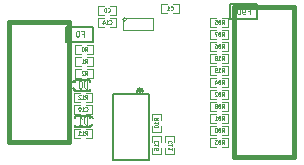
<source format=gbo>
G04 (created by PCBNEW (2013-04-19 BZR 4011)-stable) date 02/09/2014 23:44:52*
%MOIN*%
G04 Gerber Fmt 3.4, Leading zero omitted, Abs format*
%FSLAX34Y34*%
G01*
G70*
G90*
G04 APERTURE LIST*
%ADD10C,2.3622e-006*%
%ADD11C,0.0028*%
%ADD12C,0.005*%
%ADD13C,0.015*%
%ADD14C,0.0031*%
%ADD15C,0.0045*%
G04 APERTURE END LIST*
G54D10*
G54D11*
X88550Y-63350D02*
X88350Y-63350D01*
X88350Y-63350D02*
X88350Y-63050D01*
X88350Y-63050D02*
X88550Y-63050D01*
X88750Y-63350D02*
X88950Y-63350D01*
X88950Y-63350D02*
X88950Y-63050D01*
X88950Y-63050D02*
X88750Y-63050D01*
G54D12*
X89850Y-65500D02*
G75*
G03X89850Y-65500I-100J0D01*
G74*
G01*
X89800Y-65500D02*
G75*
G03X89800Y-65500I-50J0D01*
G74*
G01*
X88850Y-65600D02*
X90050Y-65600D01*
X90050Y-65600D02*
X90050Y-67800D01*
X88850Y-67800D02*
X90050Y-67800D01*
X88850Y-65600D02*
X88850Y-67800D01*
G54D11*
X87800Y-64650D02*
X87600Y-64650D01*
X87600Y-64650D02*
X87600Y-64350D01*
X87600Y-64350D02*
X87800Y-64350D01*
X88000Y-64650D02*
X88200Y-64650D01*
X88200Y-64650D02*
X88200Y-64350D01*
X88200Y-64350D02*
X88000Y-64350D01*
X88550Y-62950D02*
X88350Y-62950D01*
X88350Y-62950D02*
X88350Y-62650D01*
X88350Y-62650D02*
X88550Y-62650D01*
X88750Y-62950D02*
X88950Y-62950D01*
X88950Y-62950D02*
X88950Y-62650D01*
X88950Y-62650D02*
X88750Y-62650D01*
X90850Y-62600D02*
X91050Y-62600D01*
X91050Y-62600D02*
X91050Y-62900D01*
X91050Y-62900D02*
X90850Y-62900D01*
X90650Y-62600D02*
X90450Y-62600D01*
X90450Y-62600D02*
X90450Y-62900D01*
X90450Y-62900D02*
X90650Y-62900D01*
X87800Y-65050D02*
X87600Y-65050D01*
X87600Y-65050D02*
X87600Y-64750D01*
X87600Y-64750D02*
X87800Y-64750D01*
X88000Y-65050D02*
X88200Y-65050D01*
X88200Y-65050D02*
X88200Y-64750D01*
X88200Y-64750D02*
X88000Y-64750D01*
X87950Y-65950D02*
X88150Y-65950D01*
X88150Y-65950D02*
X88150Y-66250D01*
X88150Y-66250D02*
X87950Y-66250D01*
X87750Y-65950D02*
X87550Y-65950D01*
X87550Y-65950D02*
X87550Y-66250D01*
X87550Y-66250D02*
X87750Y-66250D01*
X90900Y-67400D02*
X90900Y-67600D01*
X90900Y-67600D02*
X90600Y-67600D01*
X90600Y-67600D02*
X90600Y-67400D01*
X90900Y-67200D02*
X90900Y-67000D01*
X90900Y-67000D02*
X90600Y-67000D01*
X90600Y-67000D02*
X90600Y-67200D01*
X90450Y-66650D02*
X90450Y-66850D01*
X90450Y-66850D02*
X90150Y-66850D01*
X90150Y-66850D02*
X90150Y-66650D01*
X90450Y-66450D02*
X90450Y-66250D01*
X90450Y-66250D02*
X90150Y-66250D01*
X90150Y-66250D02*
X90150Y-66450D01*
X92500Y-66250D02*
X92700Y-66250D01*
X92700Y-66250D02*
X92700Y-66550D01*
X92700Y-66550D02*
X92500Y-66550D01*
X92300Y-66250D02*
X92100Y-66250D01*
X92100Y-66250D02*
X92100Y-66550D01*
X92100Y-66550D02*
X92300Y-66550D01*
X92500Y-65450D02*
X92700Y-65450D01*
X92700Y-65450D02*
X92700Y-65750D01*
X92700Y-65750D02*
X92500Y-65750D01*
X92300Y-65450D02*
X92100Y-65450D01*
X92100Y-65450D02*
X92100Y-65750D01*
X92100Y-65750D02*
X92300Y-65750D01*
X92500Y-67050D02*
X92700Y-67050D01*
X92700Y-67050D02*
X92700Y-67350D01*
X92700Y-67350D02*
X92500Y-67350D01*
X92300Y-67050D02*
X92100Y-67050D01*
X92100Y-67050D02*
X92100Y-67350D01*
X92100Y-67350D02*
X92300Y-67350D01*
X92500Y-65050D02*
X92700Y-65050D01*
X92700Y-65050D02*
X92700Y-65350D01*
X92700Y-65350D02*
X92500Y-65350D01*
X92300Y-65050D02*
X92100Y-65050D01*
X92100Y-65050D02*
X92100Y-65350D01*
X92100Y-65350D02*
X92300Y-65350D01*
X92500Y-63050D02*
X92700Y-63050D01*
X92700Y-63050D02*
X92700Y-63350D01*
X92700Y-63350D02*
X92500Y-63350D01*
X92300Y-63050D02*
X92100Y-63050D01*
X92100Y-63050D02*
X92100Y-63350D01*
X92100Y-63350D02*
X92300Y-63350D01*
X92500Y-63850D02*
X92700Y-63850D01*
X92700Y-63850D02*
X92700Y-64150D01*
X92700Y-64150D02*
X92500Y-64150D01*
X92300Y-63850D02*
X92100Y-63850D01*
X92100Y-63850D02*
X92100Y-64150D01*
X92100Y-64150D02*
X92300Y-64150D01*
X92500Y-63450D02*
X92700Y-63450D01*
X92700Y-63450D02*
X92700Y-63750D01*
X92700Y-63750D02*
X92500Y-63750D01*
X92300Y-63450D02*
X92100Y-63450D01*
X92100Y-63450D02*
X92100Y-63750D01*
X92100Y-63750D02*
X92300Y-63750D01*
X92500Y-64650D02*
X92700Y-64650D01*
X92700Y-64650D02*
X92700Y-64950D01*
X92700Y-64950D02*
X92500Y-64950D01*
X92300Y-64650D02*
X92100Y-64650D01*
X92100Y-64650D02*
X92100Y-64950D01*
X92100Y-64950D02*
X92300Y-64950D01*
X92500Y-66650D02*
X92700Y-66650D01*
X92700Y-66650D02*
X92700Y-66950D01*
X92700Y-66950D02*
X92500Y-66950D01*
X92300Y-66650D02*
X92100Y-66650D01*
X92100Y-66650D02*
X92100Y-66950D01*
X92100Y-66950D02*
X92300Y-66950D01*
X92500Y-65850D02*
X92700Y-65850D01*
X92700Y-65850D02*
X92700Y-66150D01*
X92700Y-66150D02*
X92500Y-66150D01*
X92300Y-65850D02*
X92100Y-65850D01*
X92100Y-65850D02*
X92100Y-66150D01*
X92100Y-66150D02*
X92300Y-66150D01*
X92300Y-64550D02*
X92100Y-64550D01*
X92100Y-64550D02*
X92100Y-64250D01*
X92100Y-64250D02*
X92300Y-64250D01*
X92500Y-64550D02*
X92700Y-64550D01*
X92700Y-64550D02*
X92700Y-64250D01*
X92700Y-64250D02*
X92500Y-64250D01*
X87800Y-64250D02*
X87600Y-64250D01*
X87600Y-64250D02*
X87600Y-63950D01*
X87600Y-63950D02*
X87800Y-63950D01*
X88000Y-64250D02*
X88200Y-64250D01*
X88200Y-64250D02*
X88200Y-63950D01*
X88200Y-63950D02*
X88000Y-63950D01*
G54D13*
X94900Y-67700D02*
X92900Y-67700D01*
X92900Y-67700D02*
X92900Y-62700D01*
X92900Y-62700D02*
X94900Y-62700D01*
X94900Y-62700D02*
X94900Y-67700D01*
X85400Y-67200D02*
X85400Y-63200D01*
X87400Y-63200D02*
X87400Y-67200D01*
X87400Y-67200D02*
X85400Y-67200D01*
X85400Y-63200D02*
X87400Y-63200D01*
G54D11*
X90150Y-67200D02*
X90150Y-67000D01*
X90150Y-67000D02*
X90450Y-67000D01*
X90450Y-67000D02*
X90450Y-67200D01*
X90150Y-67400D02*
X90150Y-67600D01*
X90150Y-67600D02*
X90450Y-67600D01*
X90450Y-67600D02*
X90450Y-67400D01*
G54D14*
X89299Y-63112D02*
G75*
G03X89299Y-63112I-62J0D01*
G74*
G01*
X90200Y-63450D02*
X90200Y-63050D01*
X89175Y-63450D02*
X89175Y-63050D01*
X90200Y-63050D02*
X89175Y-63050D01*
X89175Y-63450D02*
X90200Y-63450D01*
G54D12*
X92750Y-63100D02*
X93650Y-63100D01*
X93650Y-63100D02*
X93650Y-62600D01*
X93650Y-62600D02*
X92750Y-62600D01*
X92750Y-62600D02*
X92750Y-63100D01*
X88200Y-63350D02*
X87300Y-63350D01*
X87300Y-63350D02*
X87300Y-63850D01*
X87300Y-63850D02*
X88200Y-63850D01*
X88200Y-63850D02*
X88200Y-63350D01*
G54D11*
X87950Y-66750D02*
X88150Y-66750D01*
X88150Y-66750D02*
X88150Y-67050D01*
X88150Y-67050D02*
X87950Y-67050D01*
X87750Y-66750D02*
X87550Y-66750D01*
X87550Y-66750D02*
X87550Y-67050D01*
X87550Y-67050D02*
X87750Y-67050D01*
X87750Y-65850D02*
X87550Y-65850D01*
X87550Y-65850D02*
X87550Y-65550D01*
X87550Y-65550D02*
X87750Y-65550D01*
X87950Y-65850D02*
X88150Y-65850D01*
X88150Y-65850D02*
X88150Y-65550D01*
X88150Y-65550D02*
X87950Y-65550D01*
G54D12*
X88100Y-66675D02*
X88100Y-66625D01*
X88100Y-66325D02*
X88100Y-66375D01*
X87600Y-66325D02*
X87600Y-66375D01*
X87600Y-66675D02*
X87600Y-66625D01*
X88100Y-66675D02*
X88175Y-66600D01*
X87600Y-66675D02*
X88100Y-66675D01*
X88100Y-66325D02*
X88175Y-66400D01*
X87600Y-66325D02*
X88100Y-66325D01*
X87600Y-65125D02*
X87600Y-65175D01*
X87600Y-65475D02*
X87600Y-65425D01*
X88100Y-65475D02*
X88100Y-65425D01*
X88100Y-65125D02*
X88100Y-65175D01*
X87600Y-65125D02*
X87525Y-65200D01*
X88100Y-65125D02*
X87600Y-65125D01*
X87600Y-65475D02*
X87525Y-65400D01*
X88100Y-65475D02*
X87600Y-65475D01*
G54D11*
X88727Y-63242D02*
X88732Y-63249D01*
X88750Y-63255D01*
X88761Y-63255D01*
X88778Y-63249D01*
X88790Y-63236D01*
X88795Y-63223D01*
X88801Y-63196D01*
X88801Y-63177D01*
X88795Y-63150D01*
X88790Y-63137D01*
X88778Y-63124D01*
X88761Y-63117D01*
X88750Y-63117D01*
X88732Y-63124D01*
X88727Y-63131D01*
X88612Y-63255D02*
X88681Y-63255D01*
X88647Y-63255D02*
X88647Y-63117D01*
X88658Y-63137D01*
X88670Y-63150D01*
X88681Y-63157D01*
X88510Y-63163D02*
X88510Y-63255D01*
X88538Y-63111D02*
X88567Y-63209D01*
X88492Y-63209D01*
X87920Y-64555D02*
X87960Y-64490D01*
X87988Y-64555D02*
X87988Y-64417D01*
X87942Y-64417D01*
X87931Y-64424D01*
X87925Y-64431D01*
X87920Y-64444D01*
X87920Y-64463D01*
X87925Y-64477D01*
X87931Y-64483D01*
X87942Y-64490D01*
X87988Y-64490D01*
X87805Y-64555D02*
X87874Y-64555D01*
X87840Y-64555D02*
X87840Y-64417D01*
X87851Y-64437D01*
X87862Y-64450D01*
X87874Y-64457D01*
X88670Y-62842D02*
X88675Y-62849D01*
X88692Y-62855D01*
X88704Y-62855D01*
X88721Y-62849D01*
X88732Y-62836D01*
X88738Y-62823D01*
X88744Y-62796D01*
X88744Y-62777D01*
X88738Y-62750D01*
X88732Y-62737D01*
X88721Y-62724D01*
X88704Y-62717D01*
X88692Y-62717D01*
X88675Y-62724D01*
X88670Y-62731D01*
X88595Y-62717D02*
X88584Y-62717D01*
X88572Y-62724D01*
X88567Y-62731D01*
X88561Y-62744D01*
X88555Y-62770D01*
X88555Y-62803D01*
X88561Y-62829D01*
X88567Y-62842D01*
X88572Y-62849D01*
X88584Y-62855D01*
X88595Y-62855D01*
X88607Y-62849D01*
X88612Y-62842D01*
X88618Y-62829D01*
X88624Y-62803D01*
X88624Y-62770D01*
X88618Y-62744D01*
X88612Y-62731D01*
X88607Y-62724D01*
X88595Y-62717D01*
X90770Y-62792D02*
X90775Y-62799D01*
X90792Y-62805D01*
X90804Y-62805D01*
X90821Y-62799D01*
X90832Y-62786D01*
X90838Y-62773D01*
X90844Y-62746D01*
X90844Y-62727D01*
X90838Y-62700D01*
X90832Y-62687D01*
X90821Y-62674D01*
X90804Y-62667D01*
X90792Y-62667D01*
X90775Y-62674D01*
X90770Y-62681D01*
X90655Y-62805D02*
X90724Y-62805D01*
X90690Y-62805D02*
X90690Y-62667D01*
X90701Y-62687D01*
X90712Y-62700D01*
X90724Y-62707D01*
X87920Y-64955D02*
X87960Y-64890D01*
X87988Y-64955D02*
X87988Y-64817D01*
X87942Y-64817D01*
X87931Y-64824D01*
X87925Y-64831D01*
X87920Y-64844D01*
X87920Y-64863D01*
X87925Y-64877D01*
X87931Y-64883D01*
X87942Y-64890D01*
X87988Y-64890D01*
X87874Y-64831D02*
X87868Y-64824D01*
X87857Y-64817D01*
X87828Y-64817D01*
X87817Y-64824D01*
X87811Y-64831D01*
X87805Y-64844D01*
X87805Y-64857D01*
X87811Y-64877D01*
X87880Y-64955D01*
X87805Y-64955D01*
X87927Y-66142D02*
X87932Y-66149D01*
X87950Y-66155D01*
X87961Y-66155D01*
X87978Y-66149D01*
X87990Y-66136D01*
X87995Y-66123D01*
X88001Y-66096D01*
X88001Y-66077D01*
X87995Y-66050D01*
X87990Y-66037D01*
X87978Y-66024D01*
X87961Y-66017D01*
X87950Y-66017D01*
X87932Y-66024D01*
X87927Y-66031D01*
X87812Y-66155D02*
X87881Y-66155D01*
X87847Y-66155D02*
X87847Y-66017D01*
X87858Y-66037D01*
X87870Y-66050D01*
X87881Y-66057D01*
X87738Y-66017D02*
X87727Y-66017D01*
X87715Y-66024D01*
X87710Y-66031D01*
X87704Y-66044D01*
X87698Y-66070D01*
X87698Y-66103D01*
X87704Y-66129D01*
X87710Y-66142D01*
X87715Y-66149D01*
X87727Y-66155D01*
X87738Y-66155D01*
X87750Y-66149D01*
X87755Y-66142D01*
X87761Y-66129D01*
X87767Y-66103D01*
X87767Y-66070D01*
X87761Y-66044D01*
X87755Y-66031D01*
X87750Y-66024D01*
X87738Y-66017D01*
X90792Y-67222D02*
X90799Y-67217D01*
X90805Y-67200D01*
X90805Y-67188D01*
X90799Y-67171D01*
X90786Y-67160D01*
X90773Y-67154D01*
X90746Y-67148D01*
X90727Y-67148D01*
X90700Y-67154D01*
X90687Y-67160D01*
X90674Y-67171D01*
X90667Y-67188D01*
X90667Y-67200D01*
X90674Y-67217D01*
X90681Y-67222D01*
X90805Y-67337D02*
X90805Y-67268D01*
X90805Y-67302D02*
X90667Y-67302D01*
X90687Y-67291D01*
X90700Y-67280D01*
X90707Y-67268D01*
X90805Y-67451D02*
X90805Y-67382D01*
X90805Y-67417D02*
X90667Y-67417D01*
X90687Y-67405D01*
X90700Y-67394D01*
X90707Y-67382D01*
X90355Y-66472D02*
X90290Y-66432D01*
X90355Y-66404D02*
X90217Y-66404D01*
X90217Y-66450D01*
X90224Y-66461D01*
X90231Y-66467D01*
X90244Y-66472D01*
X90263Y-66472D01*
X90277Y-66467D01*
X90283Y-66461D01*
X90290Y-66450D01*
X90290Y-66404D01*
X90355Y-66587D02*
X90355Y-66518D01*
X90355Y-66552D02*
X90217Y-66552D01*
X90237Y-66541D01*
X90250Y-66530D01*
X90257Y-66518D01*
X90217Y-66661D02*
X90217Y-66672D01*
X90224Y-66684D01*
X90231Y-66690D01*
X90244Y-66695D01*
X90270Y-66701D01*
X90303Y-66701D01*
X90329Y-66695D01*
X90342Y-66690D01*
X90349Y-66684D01*
X90355Y-66672D01*
X90355Y-66661D01*
X90349Y-66650D01*
X90342Y-66644D01*
X90329Y-66638D01*
X90303Y-66632D01*
X90270Y-66632D01*
X90244Y-66638D01*
X90231Y-66644D01*
X90224Y-66650D01*
X90217Y-66661D01*
X92477Y-66455D02*
X92517Y-66390D01*
X92545Y-66455D02*
X92545Y-66317D01*
X92500Y-66317D01*
X92488Y-66324D01*
X92482Y-66331D01*
X92477Y-66344D01*
X92477Y-66363D01*
X92482Y-66377D01*
X92488Y-66383D01*
X92500Y-66390D01*
X92545Y-66390D01*
X92408Y-66377D02*
X92420Y-66370D01*
X92425Y-66363D01*
X92431Y-66350D01*
X92431Y-66344D01*
X92425Y-66331D01*
X92420Y-66324D01*
X92408Y-66317D01*
X92385Y-66317D01*
X92374Y-66324D01*
X92368Y-66331D01*
X92362Y-66344D01*
X92362Y-66350D01*
X92368Y-66363D01*
X92374Y-66370D01*
X92385Y-66377D01*
X92408Y-66377D01*
X92420Y-66383D01*
X92425Y-66390D01*
X92431Y-66403D01*
X92431Y-66429D01*
X92425Y-66442D01*
X92420Y-66449D01*
X92408Y-66455D01*
X92385Y-66455D01*
X92374Y-66449D01*
X92368Y-66442D01*
X92362Y-66429D01*
X92362Y-66403D01*
X92368Y-66390D01*
X92374Y-66383D01*
X92385Y-66377D01*
X92248Y-66455D02*
X92317Y-66455D01*
X92282Y-66455D02*
X92282Y-66317D01*
X92294Y-66337D01*
X92305Y-66350D01*
X92317Y-66357D01*
X92477Y-65655D02*
X92517Y-65590D01*
X92545Y-65655D02*
X92545Y-65517D01*
X92500Y-65517D01*
X92488Y-65524D01*
X92482Y-65531D01*
X92477Y-65544D01*
X92477Y-65563D01*
X92482Y-65577D01*
X92488Y-65583D01*
X92500Y-65590D01*
X92545Y-65590D01*
X92408Y-65577D02*
X92420Y-65570D01*
X92425Y-65563D01*
X92431Y-65550D01*
X92431Y-65544D01*
X92425Y-65531D01*
X92420Y-65524D01*
X92408Y-65517D01*
X92385Y-65517D01*
X92374Y-65524D01*
X92368Y-65531D01*
X92362Y-65544D01*
X92362Y-65550D01*
X92368Y-65563D01*
X92374Y-65570D01*
X92385Y-65577D01*
X92408Y-65577D01*
X92420Y-65583D01*
X92425Y-65590D01*
X92431Y-65603D01*
X92431Y-65629D01*
X92425Y-65642D01*
X92420Y-65649D01*
X92408Y-65655D01*
X92385Y-65655D01*
X92374Y-65649D01*
X92368Y-65642D01*
X92362Y-65629D01*
X92362Y-65603D01*
X92368Y-65590D01*
X92374Y-65583D01*
X92385Y-65577D01*
X92317Y-65531D02*
X92311Y-65524D01*
X92300Y-65517D01*
X92271Y-65517D01*
X92260Y-65524D01*
X92254Y-65531D01*
X92248Y-65544D01*
X92248Y-65557D01*
X92254Y-65577D01*
X92322Y-65655D01*
X92248Y-65655D01*
X92477Y-67255D02*
X92517Y-67190D01*
X92545Y-67255D02*
X92545Y-67117D01*
X92500Y-67117D01*
X92488Y-67124D01*
X92482Y-67131D01*
X92477Y-67144D01*
X92477Y-67163D01*
X92482Y-67177D01*
X92488Y-67183D01*
X92500Y-67190D01*
X92545Y-67190D01*
X92408Y-67177D02*
X92420Y-67170D01*
X92425Y-67163D01*
X92431Y-67150D01*
X92431Y-67144D01*
X92425Y-67131D01*
X92420Y-67124D01*
X92408Y-67117D01*
X92385Y-67117D01*
X92374Y-67124D01*
X92368Y-67131D01*
X92362Y-67144D01*
X92362Y-67150D01*
X92368Y-67163D01*
X92374Y-67170D01*
X92385Y-67177D01*
X92408Y-67177D01*
X92420Y-67183D01*
X92425Y-67190D01*
X92431Y-67203D01*
X92431Y-67229D01*
X92425Y-67242D01*
X92420Y-67249D01*
X92408Y-67255D01*
X92385Y-67255D01*
X92374Y-67249D01*
X92368Y-67242D01*
X92362Y-67229D01*
X92362Y-67203D01*
X92368Y-67190D01*
X92374Y-67183D01*
X92385Y-67177D01*
X92322Y-67117D02*
X92248Y-67117D01*
X92288Y-67170D01*
X92271Y-67170D01*
X92260Y-67177D01*
X92254Y-67183D01*
X92248Y-67196D01*
X92248Y-67229D01*
X92254Y-67242D01*
X92260Y-67249D01*
X92271Y-67255D01*
X92305Y-67255D01*
X92317Y-67249D01*
X92322Y-67242D01*
X92477Y-65255D02*
X92517Y-65190D01*
X92545Y-65255D02*
X92545Y-65117D01*
X92500Y-65117D01*
X92488Y-65124D01*
X92482Y-65131D01*
X92477Y-65144D01*
X92477Y-65163D01*
X92482Y-65177D01*
X92488Y-65183D01*
X92500Y-65190D01*
X92545Y-65190D01*
X92408Y-65177D02*
X92420Y-65170D01*
X92425Y-65163D01*
X92431Y-65150D01*
X92431Y-65144D01*
X92425Y-65131D01*
X92420Y-65124D01*
X92408Y-65117D01*
X92385Y-65117D01*
X92374Y-65124D01*
X92368Y-65131D01*
X92362Y-65144D01*
X92362Y-65150D01*
X92368Y-65163D01*
X92374Y-65170D01*
X92385Y-65177D01*
X92408Y-65177D01*
X92420Y-65183D01*
X92425Y-65190D01*
X92431Y-65203D01*
X92431Y-65229D01*
X92425Y-65242D01*
X92420Y-65249D01*
X92408Y-65255D01*
X92385Y-65255D01*
X92374Y-65249D01*
X92368Y-65242D01*
X92362Y-65229D01*
X92362Y-65203D01*
X92368Y-65190D01*
X92374Y-65183D01*
X92385Y-65177D01*
X92260Y-65163D02*
X92260Y-65255D01*
X92288Y-65111D02*
X92317Y-65209D01*
X92242Y-65209D01*
X92477Y-63255D02*
X92517Y-63190D01*
X92545Y-63255D02*
X92545Y-63117D01*
X92500Y-63117D01*
X92488Y-63124D01*
X92482Y-63131D01*
X92477Y-63144D01*
X92477Y-63163D01*
X92482Y-63177D01*
X92488Y-63183D01*
X92500Y-63190D01*
X92545Y-63190D01*
X92408Y-63177D02*
X92420Y-63170D01*
X92425Y-63163D01*
X92431Y-63150D01*
X92431Y-63144D01*
X92425Y-63131D01*
X92420Y-63124D01*
X92408Y-63117D01*
X92385Y-63117D01*
X92374Y-63124D01*
X92368Y-63131D01*
X92362Y-63144D01*
X92362Y-63150D01*
X92368Y-63163D01*
X92374Y-63170D01*
X92385Y-63177D01*
X92408Y-63177D01*
X92420Y-63183D01*
X92425Y-63190D01*
X92431Y-63203D01*
X92431Y-63229D01*
X92425Y-63242D01*
X92420Y-63249D01*
X92408Y-63255D01*
X92385Y-63255D01*
X92374Y-63249D01*
X92368Y-63242D01*
X92362Y-63229D01*
X92362Y-63203D01*
X92368Y-63190D01*
X92374Y-63183D01*
X92385Y-63177D01*
X92254Y-63117D02*
X92311Y-63117D01*
X92317Y-63183D01*
X92311Y-63177D01*
X92300Y-63170D01*
X92271Y-63170D01*
X92260Y-63177D01*
X92254Y-63183D01*
X92248Y-63196D01*
X92248Y-63229D01*
X92254Y-63242D01*
X92260Y-63249D01*
X92271Y-63255D01*
X92300Y-63255D01*
X92311Y-63249D01*
X92317Y-63242D01*
X92477Y-64055D02*
X92517Y-63990D01*
X92545Y-64055D02*
X92545Y-63917D01*
X92500Y-63917D01*
X92488Y-63924D01*
X92482Y-63931D01*
X92477Y-63944D01*
X92477Y-63963D01*
X92482Y-63977D01*
X92488Y-63983D01*
X92500Y-63990D01*
X92545Y-63990D01*
X92408Y-63977D02*
X92420Y-63970D01*
X92425Y-63963D01*
X92431Y-63950D01*
X92431Y-63944D01*
X92425Y-63931D01*
X92420Y-63924D01*
X92408Y-63917D01*
X92385Y-63917D01*
X92374Y-63924D01*
X92368Y-63931D01*
X92362Y-63944D01*
X92362Y-63950D01*
X92368Y-63963D01*
X92374Y-63970D01*
X92385Y-63977D01*
X92408Y-63977D01*
X92420Y-63983D01*
X92425Y-63990D01*
X92431Y-64003D01*
X92431Y-64029D01*
X92425Y-64042D01*
X92420Y-64049D01*
X92408Y-64055D01*
X92385Y-64055D01*
X92374Y-64049D01*
X92368Y-64042D01*
X92362Y-64029D01*
X92362Y-64003D01*
X92368Y-63990D01*
X92374Y-63983D01*
X92385Y-63977D01*
X92260Y-63917D02*
X92282Y-63917D01*
X92294Y-63924D01*
X92300Y-63931D01*
X92311Y-63950D01*
X92317Y-63977D01*
X92317Y-64029D01*
X92311Y-64042D01*
X92305Y-64049D01*
X92294Y-64055D01*
X92271Y-64055D01*
X92260Y-64049D01*
X92254Y-64042D01*
X92248Y-64029D01*
X92248Y-63996D01*
X92254Y-63983D01*
X92260Y-63977D01*
X92271Y-63970D01*
X92294Y-63970D01*
X92305Y-63977D01*
X92311Y-63983D01*
X92317Y-63996D01*
X92477Y-63655D02*
X92517Y-63590D01*
X92545Y-63655D02*
X92545Y-63517D01*
X92500Y-63517D01*
X92488Y-63524D01*
X92482Y-63531D01*
X92477Y-63544D01*
X92477Y-63563D01*
X92482Y-63577D01*
X92488Y-63583D01*
X92500Y-63590D01*
X92545Y-63590D01*
X92408Y-63577D02*
X92420Y-63570D01*
X92425Y-63563D01*
X92431Y-63550D01*
X92431Y-63544D01*
X92425Y-63531D01*
X92420Y-63524D01*
X92408Y-63517D01*
X92385Y-63517D01*
X92374Y-63524D01*
X92368Y-63531D01*
X92362Y-63544D01*
X92362Y-63550D01*
X92368Y-63563D01*
X92374Y-63570D01*
X92385Y-63577D01*
X92408Y-63577D01*
X92420Y-63583D01*
X92425Y-63590D01*
X92431Y-63603D01*
X92431Y-63629D01*
X92425Y-63642D01*
X92420Y-63649D01*
X92408Y-63655D01*
X92385Y-63655D01*
X92374Y-63649D01*
X92368Y-63642D01*
X92362Y-63629D01*
X92362Y-63603D01*
X92368Y-63590D01*
X92374Y-63583D01*
X92385Y-63577D01*
X92322Y-63517D02*
X92242Y-63517D01*
X92294Y-63655D01*
X92477Y-64855D02*
X92517Y-64790D01*
X92545Y-64855D02*
X92545Y-64717D01*
X92500Y-64717D01*
X92488Y-64724D01*
X92482Y-64731D01*
X92477Y-64744D01*
X92477Y-64763D01*
X92482Y-64777D01*
X92488Y-64783D01*
X92500Y-64790D01*
X92545Y-64790D01*
X92362Y-64855D02*
X92431Y-64855D01*
X92397Y-64855D02*
X92397Y-64717D01*
X92408Y-64737D01*
X92420Y-64750D01*
X92431Y-64757D01*
X92305Y-64855D02*
X92282Y-64855D01*
X92271Y-64849D01*
X92265Y-64842D01*
X92254Y-64823D01*
X92248Y-64796D01*
X92248Y-64744D01*
X92254Y-64731D01*
X92260Y-64724D01*
X92271Y-64717D01*
X92294Y-64717D01*
X92305Y-64724D01*
X92311Y-64731D01*
X92317Y-64744D01*
X92317Y-64777D01*
X92311Y-64790D01*
X92305Y-64796D01*
X92294Y-64803D01*
X92271Y-64803D01*
X92260Y-64796D01*
X92254Y-64790D01*
X92248Y-64777D01*
X92477Y-66855D02*
X92517Y-66790D01*
X92545Y-66855D02*
X92545Y-66717D01*
X92500Y-66717D01*
X92488Y-66724D01*
X92482Y-66731D01*
X92477Y-66744D01*
X92477Y-66763D01*
X92482Y-66777D01*
X92488Y-66783D01*
X92500Y-66790D01*
X92545Y-66790D01*
X92408Y-66777D02*
X92420Y-66770D01*
X92425Y-66763D01*
X92431Y-66750D01*
X92431Y-66744D01*
X92425Y-66731D01*
X92420Y-66724D01*
X92408Y-66717D01*
X92385Y-66717D01*
X92374Y-66724D01*
X92368Y-66731D01*
X92362Y-66744D01*
X92362Y-66750D01*
X92368Y-66763D01*
X92374Y-66770D01*
X92385Y-66777D01*
X92408Y-66777D01*
X92420Y-66783D01*
X92425Y-66790D01*
X92431Y-66803D01*
X92431Y-66829D01*
X92425Y-66842D01*
X92420Y-66849D01*
X92408Y-66855D01*
X92385Y-66855D01*
X92374Y-66849D01*
X92368Y-66842D01*
X92362Y-66829D01*
X92362Y-66803D01*
X92368Y-66790D01*
X92374Y-66783D01*
X92385Y-66777D01*
X92288Y-66717D02*
X92277Y-66717D01*
X92265Y-66724D01*
X92260Y-66731D01*
X92254Y-66744D01*
X92248Y-66770D01*
X92248Y-66803D01*
X92254Y-66829D01*
X92260Y-66842D01*
X92265Y-66849D01*
X92277Y-66855D01*
X92288Y-66855D01*
X92300Y-66849D01*
X92305Y-66842D01*
X92311Y-66829D01*
X92317Y-66803D01*
X92317Y-66770D01*
X92311Y-66744D01*
X92305Y-66731D01*
X92300Y-66724D01*
X92288Y-66717D01*
X92477Y-66055D02*
X92517Y-65990D01*
X92545Y-66055D02*
X92545Y-65917D01*
X92500Y-65917D01*
X92488Y-65924D01*
X92482Y-65931D01*
X92477Y-65944D01*
X92477Y-65963D01*
X92482Y-65977D01*
X92488Y-65983D01*
X92500Y-65990D01*
X92545Y-65990D01*
X92408Y-65977D02*
X92420Y-65970D01*
X92425Y-65963D01*
X92431Y-65950D01*
X92431Y-65944D01*
X92425Y-65931D01*
X92420Y-65924D01*
X92408Y-65917D01*
X92385Y-65917D01*
X92374Y-65924D01*
X92368Y-65931D01*
X92362Y-65944D01*
X92362Y-65950D01*
X92368Y-65963D01*
X92374Y-65970D01*
X92385Y-65977D01*
X92408Y-65977D01*
X92420Y-65983D01*
X92425Y-65990D01*
X92431Y-66003D01*
X92431Y-66029D01*
X92425Y-66042D01*
X92420Y-66049D01*
X92408Y-66055D01*
X92385Y-66055D01*
X92374Y-66049D01*
X92368Y-66042D01*
X92362Y-66029D01*
X92362Y-66003D01*
X92368Y-65990D01*
X92374Y-65983D01*
X92385Y-65977D01*
X92294Y-65977D02*
X92305Y-65970D01*
X92311Y-65963D01*
X92317Y-65950D01*
X92317Y-65944D01*
X92311Y-65931D01*
X92305Y-65924D01*
X92294Y-65917D01*
X92271Y-65917D01*
X92260Y-65924D01*
X92254Y-65931D01*
X92248Y-65944D01*
X92248Y-65950D01*
X92254Y-65963D01*
X92260Y-65970D01*
X92271Y-65977D01*
X92294Y-65977D01*
X92305Y-65983D01*
X92311Y-65990D01*
X92317Y-66003D01*
X92317Y-66029D01*
X92311Y-66042D01*
X92305Y-66049D01*
X92294Y-66055D01*
X92271Y-66055D01*
X92260Y-66049D01*
X92254Y-66042D01*
X92248Y-66029D01*
X92248Y-66003D01*
X92254Y-65990D01*
X92260Y-65983D01*
X92271Y-65977D01*
X92477Y-64455D02*
X92517Y-64390D01*
X92545Y-64455D02*
X92545Y-64317D01*
X92500Y-64317D01*
X92488Y-64324D01*
X92482Y-64331D01*
X92477Y-64344D01*
X92477Y-64363D01*
X92482Y-64377D01*
X92488Y-64383D01*
X92500Y-64390D01*
X92545Y-64390D01*
X92362Y-64455D02*
X92431Y-64455D01*
X92397Y-64455D02*
X92397Y-64317D01*
X92408Y-64337D01*
X92420Y-64350D01*
X92431Y-64357D01*
X92294Y-64377D02*
X92305Y-64370D01*
X92311Y-64363D01*
X92317Y-64350D01*
X92317Y-64344D01*
X92311Y-64331D01*
X92305Y-64324D01*
X92294Y-64317D01*
X92271Y-64317D01*
X92260Y-64324D01*
X92254Y-64331D01*
X92248Y-64344D01*
X92248Y-64350D01*
X92254Y-64363D01*
X92260Y-64370D01*
X92271Y-64377D01*
X92294Y-64377D01*
X92305Y-64383D01*
X92311Y-64390D01*
X92317Y-64403D01*
X92317Y-64429D01*
X92311Y-64442D01*
X92305Y-64449D01*
X92294Y-64455D01*
X92271Y-64455D01*
X92260Y-64449D01*
X92254Y-64442D01*
X92248Y-64429D01*
X92248Y-64403D01*
X92254Y-64390D01*
X92260Y-64383D01*
X92271Y-64377D01*
X87920Y-64155D02*
X87960Y-64090D01*
X87988Y-64155D02*
X87988Y-64017D01*
X87942Y-64017D01*
X87931Y-64024D01*
X87925Y-64031D01*
X87920Y-64044D01*
X87920Y-64063D01*
X87925Y-64077D01*
X87931Y-64083D01*
X87942Y-64090D01*
X87988Y-64090D01*
X87845Y-64017D02*
X87834Y-64017D01*
X87822Y-64024D01*
X87817Y-64031D01*
X87811Y-64044D01*
X87805Y-64070D01*
X87805Y-64103D01*
X87811Y-64129D01*
X87817Y-64142D01*
X87822Y-64149D01*
X87834Y-64155D01*
X87845Y-64155D01*
X87857Y-64149D01*
X87862Y-64142D01*
X87868Y-64129D01*
X87874Y-64103D01*
X87874Y-64070D01*
X87868Y-64044D01*
X87862Y-64031D01*
X87857Y-64024D01*
X87845Y-64017D01*
X90342Y-67222D02*
X90349Y-67217D01*
X90355Y-67200D01*
X90355Y-67188D01*
X90349Y-67171D01*
X90336Y-67160D01*
X90323Y-67154D01*
X90296Y-67148D01*
X90277Y-67148D01*
X90250Y-67154D01*
X90237Y-67160D01*
X90224Y-67171D01*
X90217Y-67188D01*
X90217Y-67200D01*
X90224Y-67217D01*
X90231Y-67222D01*
X90355Y-67337D02*
X90355Y-67268D01*
X90355Y-67302D02*
X90217Y-67302D01*
X90237Y-67291D01*
X90250Y-67280D01*
X90257Y-67268D01*
X90217Y-67440D02*
X90217Y-67417D01*
X90224Y-67405D01*
X90231Y-67400D01*
X90250Y-67388D01*
X90277Y-67382D01*
X90329Y-67382D01*
X90342Y-67388D01*
X90349Y-67394D01*
X90355Y-67405D01*
X90355Y-67428D01*
X90349Y-67440D01*
X90342Y-67445D01*
X90329Y-67451D01*
X90296Y-67451D01*
X90283Y-67445D01*
X90277Y-67440D01*
X90270Y-67428D01*
X90270Y-67405D01*
X90277Y-67394D01*
X90283Y-67388D01*
X90296Y-67382D01*
G54D15*
X93345Y-62826D02*
X93405Y-62826D01*
X93405Y-62930D02*
X93405Y-62730D01*
X93320Y-62730D01*
X93242Y-62930D02*
X93208Y-62930D01*
X93191Y-62921D01*
X93182Y-62911D01*
X93165Y-62883D01*
X93157Y-62845D01*
X93157Y-62769D01*
X93165Y-62750D01*
X93174Y-62740D01*
X93191Y-62730D01*
X93225Y-62730D01*
X93242Y-62740D01*
X93251Y-62750D01*
X93260Y-62769D01*
X93260Y-62816D01*
X93251Y-62835D01*
X93242Y-62845D01*
X93225Y-62854D01*
X93191Y-62854D01*
X93174Y-62845D01*
X93165Y-62835D01*
X93157Y-62816D01*
X93045Y-62730D02*
X93028Y-62730D01*
X93011Y-62740D01*
X93002Y-62750D01*
X92994Y-62769D01*
X92985Y-62807D01*
X92985Y-62854D01*
X92994Y-62892D01*
X93002Y-62911D01*
X93011Y-62921D01*
X93028Y-62930D01*
X93045Y-62930D01*
X93062Y-62921D01*
X93071Y-62911D01*
X93080Y-62892D01*
X93088Y-62854D01*
X93088Y-62807D01*
X93080Y-62769D01*
X93071Y-62750D01*
X93062Y-62740D01*
X93045Y-62730D01*
X87810Y-63576D02*
X87870Y-63576D01*
X87870Y-63680D02*
X87870Y-63480D01*
X87784Y-63480D01*
X87681Y-63480D02*
X87664Y-63480D01*
X87647Y-63490D01*
X87638Y-63500D01*
X87630Y-63519D01*
X87621Y-63557D01*
X87621Y-63604D01*
X87630Y-63642D01*
X87638Y-63661D01*
X87647Y-63671D01*
X87664Y-63680D01*
X87681Y-63680D01*
X87698Y-63671D01*
X87707Y-63661D01*
X87715Y-63642D01*
X87724Y-63604D01*
X87724Y-63557D01*
X87715Y-63519D01*
X87707Y-63500D01*
X87698Y-63490D01*
X87681Y-63480D01*
G54D11*
X87927Y-66955D02*
X87967Y-66890D01*
X87995Y-66955D02*
X87995Y-66817D01*
X87950Y-66817D01*
X87938Y-66824D01*
X87932Y-66831D01*
X87927Y-66844D01*
X87927Y-66863D01*
X87932Y-66877D01*
X87938Y-66883D01*
X87950Y-66890D01*
X87995Y-66890D01*
X87812Y-66955D02*
X87881Y-66955D01*
X87847Y-66955D02*
X87847Y-66817D01*
X87858Y-66837D01*
X87870Y-66850D01*
X87881Y-66857D01*
X87698Y-66955D02*
X87767Y-66955D01*
X87732Y-66955D02*
X87732Y-66817D01*
X87744Y-66837D01*
X87755Y-66850D01*
X87767Y-66857D01*
X87927Y-65755D02*
X87967Y-65690D01*
X87995Y-65755D02*
X87995Y-65617D01*
X87950Y-65617D01*
X87938Y-65624D01*
X87932Y-65631D01*
X87927Y-65644D01*
X87927Y-65663D01*
X87932Y-65677D01*
X87938Y-65683D01*
X87950Y-65690D01*
X87995Y-65690D01*
X87812Y-65755D02*
X87881Y-65755D01*
X87847Y-65755D02*
X87847Y-65617D01*
X87858Y-65637D01*
X87870Y-65650D01*
X87881Y-65657D01*
X87767Y-65631D02*
X87761Y-65624D01*
X87750Y-65617D01*
X87721Y-65617D01*
X87710Y-65624D01*
X87704Y-65631D01*
X87698Y-65644D01*
X87698Y-65657D01*
X87704Y-65677D01*
X87772Y-65755D01*
X87698Y-65755D01*
G54D15*
X87982Y-66613D02*
X87982Y-66333D01*
X87940Y-66333D01*
X87914Y-66346D01*
X87897Y-66373D01*
X87888Y-66400D01*
X87880Y-66453D01*
X87880Y-66493D01*
X87888Y-66546D01*
X87897Y-66573D01*
X87914Y-66600D01*
X87940Y-66613D01*
X87982Y-66613D01*
X87708Y-66613D02*
X87811Y-66613D01*
X87760Y-66613D02*
X87760Y-66333D01*
X87777Y-66373D01*
X87794Y-66400D01*
X87811Y-66413D01*
X87982Y-65413D02*
X87982Y-65133D01*
X87940Y-65133D01*
X87914Y-65146D01*
X87897Y-65173D01*
X87888Y-65200D01*
X87880Y-65253D01*
X87880Y-65293D01*
X87888Y-65346D01*
X87897Y-65373D01*
X87914Y-65400D01*
X87940Y-65413D01*
X87982Y-65413D01*
X87768Y-65133D02*
X87751Y-65133D01*
X87734Y-65146D01*
X87725Y-65160D01*
X87717Y-65186D01*
X87708Y-65240D01*
X87708Y-65306D01*
X87717Y-65360D01*
X87725Y-65386D01*
X87734Y-65400D01*
X87751Y-65413D01*
X87768Y-65413D01*
X87785Y-65400D01*
X87794Y-65386D01*
X87802Y-65360D01*
X87811Y-65306D01*
X87811Y-65240D01*
X87802Y-65186D01*
X87794Y-65160D01*
X87785Y-65146D01*
X87768Y-65133D01*
M02*

</source>
